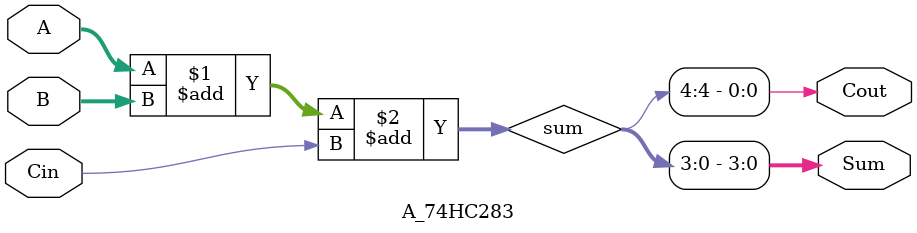
<source format=v>


module A_74HC283(
	  input [3:0] A, B,
	  input Cin,
	  output [3:0] Sum,
	  output Cout
	  );
	wire [4:0] sum = A + B + Cin;
	assign Sum = sum[3:0];
	assign Cout = sum[4];
//	  always@(A,B,Cin)
//		    begin:adder
//			      integer i;
//			      q[0]=Cin;
//			      for(i=0;i<=4;i=i+1)
//				        begin
//					          q[i+1]=(A[i]& B[i])|(A[i]&q[i])|( B[i]&q[i]);
//					          Sum[i]=A[i]^ B[i]^q[i];
//				        end
//			      Cout=q[4];
//		    end
endmodule


</source>
